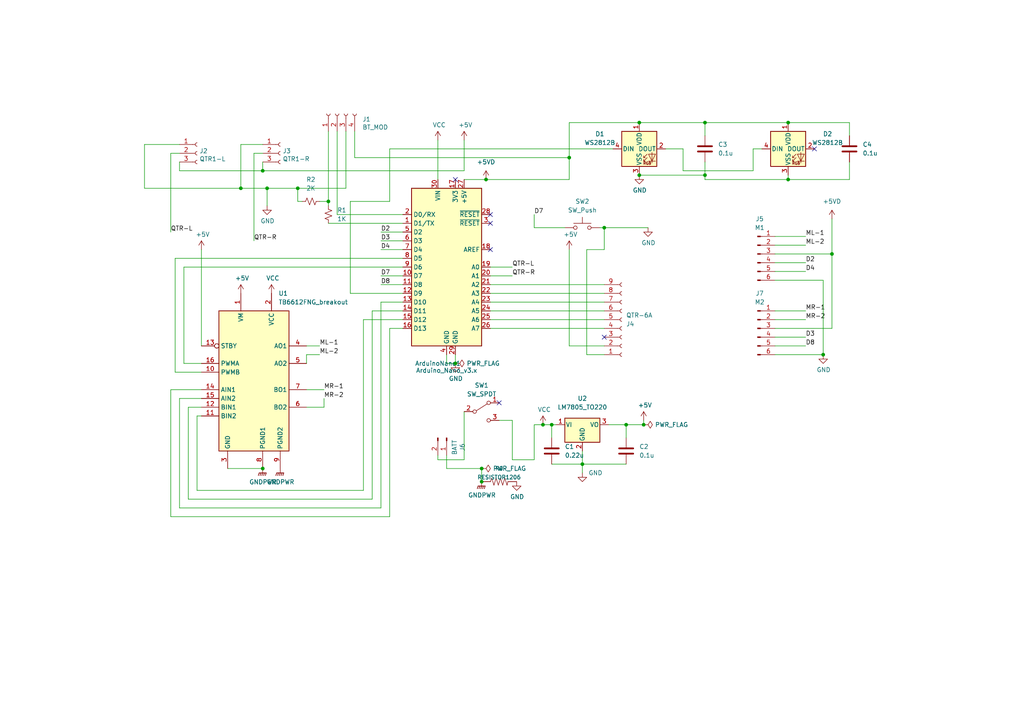
<source format=kicad_sch>
(kicad_sch (version 20211123) (generator eeschema)
  (paper "A4")
  (title_block (title "UsainBot") (date "2022-03-03") (rev "Gonzalo") (company "FabLab U. de Chile"))
  (lib_symbols
    (symbol "Connector:Conn_01x06_Male" (pin_names (offset 1.016) hide)
      (property "Reference" "J" (at 0 7.62 0))
      (property "Value" "Conn_01x06_Male" (at 0 -10.16 0))
      (symbol "Conn_01x06_Male_1_1"
        (polyline (pts (xy 1.27 -7.62) (xy 0.8636 -7.62)) (stroke (width 0.1524)))
        (polyline (pts (xy 1.27 -5.08) (xy 0.8636 -5.08)) (stroke (width 0.1524)))
        (polyline (pts (xy 1.27 -2.54) (xy 0.8636 -2.54)) (stroke (width 0.1524)))
        (polyline (pts (xy 1.27 0) (xy 0.8636 0)) (stroke (width 0.1524)))
        (polyline (pts (xy 1.27 2.54) (xy 0.8636 2.54)) (stroke (width 0.1524)))
        (polyline (pts (xy 1.27 5.08) (xy 0.8636 5.08)) (stroke (width 0.1524)))
        (rectangle (start 0.8636 -7.493) (end 0 -7.747) (stroke (width 0.1524)) (fill (type outline)))
        (rectangle (start 0.8636 -4.953) (end 0 -5.207) (stroke (width 0.1524)) (fill (type outline)))
        (rectangle (start 0.8636 -2.413) (end 0 -2.667) (stroke (width 0.1524)) (fill (type outline)))
        (rectangle (start 0.8636 0.127) (end 0 -0.127) (stroke (width 0.1524)) (fill (type outline)))
        (rectangle (start 0.8636 2.667) (end 0 2.413) (stroke (width 0.1524)) (fill (type outline)))
        (rectangle (start 0.8636 5.207) (end 0 4.953) (stroke (width 0.1524)) (fill (type outline)))
        (pin passive line (at 5.08 5.08 180) (length 3.81) (name "Pin_1") (number "1"))
        (pin passive line (at 5.08 2.54 180) (length 3.81) (name "Pin_2") (number "2"))
        (pin passive line (at 5.08 0 180) (length 3.81) (name "Pin_3") (number "3"))
        (pin passive line (at 5.08 -2.54 180) (length 3.81) (name "Pin_4") (number "4"))
        (pin passive line (at 5.08 -5.08 180) (length 3.81) (name "Pin_5") (number "5"))
        (pin passive line (at 5.08 -7.62 180) (length 3.81) (name "Pin_6") (number "6"))
      )
    )
    (symbol "Connector:Conn_01x09_Female" (pin_names (offset 1.016) hide)
      (property "Reference" "J" (at 0 12.7 0))
      (property "Value" "Conn_01x09_Female" (at 0 -12.7 0))
      (symbol "Conn_01x09_Female_1_1"
        (arc (start 0 -9.652) (mid -0.508 -10.16) (end 0 -10.668) (stroke (width 0.1524)))
        (arc (start 0 -7.112) (mid -0.508 -7.62) (end 0 -8.128) (stroke (width 0.1524)))
        (arc (start 0 -4.572) (mid -0.508 -5.08) (end 0 -5.588) (stroke (width 0.1524)))
        (arc (start 0 -2.032) (mid -0.508 -2.54) (end 0 -3.048) (stroke (width 0.1524)))
        (polyline (pts (xy -1.27 -10.16) (xy -0.508 -10.16)) (stroke (width 0.1524)))
        (polyline (pts (xy -1.27 -7.62) (xy -0.508 -7.62)) (stroke (width 0.1524)))
        (polyline (pts (xy -1.27 -5.08) (xy -0.508 -5.08)) (stroke (width 0.1524)))
        (polyline (pts (xy -1.27 -2.54) (xy -0.508 -2.54)) (stroke (width 0.1524)))
        (polyline (pts (xy -1.27 0) (xy -0.508 0)) (stroke (width 0.1524)))
        (polyline (pts (xy -1.27 2.54) (xy -0.508 2.54)) (stroke (width 0.1524)))
        (polyline (pts (xy -1.27 5.08) (xy -0.508 5.08)) (stroke (width 0.1524)))
        (polyline (pts (xy -1.27 7.62) (xy -0.508 7.62)) (stroke (width 0.1524)))
        (polyline (pts (xy -1.27 10.16) (xy -0.508 10.16)) (stroke (width 0.1524)))
        (arc (start 0 0.508) (mid -0.508 0) (end 0 -0.508) (stroke (width 0.1524)))
        (arc (start 0 3.048) (mid -0.508 2.54) (end 0 2.032) (stroke (width 0.1524)))
        (arc (start 0 5.588) (mid -0.508 5.08) (end 0 4.572) (stroke (width 0.1524)))
        (arc (start 0 8.128) (mid -0.508 7.62) (end 0 7.112) (stroke (width 0.1524)))
        (arc (start 0 10.668) (mid -0.508 10.16) (end 0 9.652) (stroke (width 0.1524)))
        (pin passive line (at -5.08 10.16 0) (length 3.81) (name "Pin_1") (number "1"))
        (pin passive line (at -5.08 7.62 0) (length 3.81) (name "Pin_2") (number "2"))
        (pin passive line (at -5.08 5.08 0) (length 3.81) (name "Pin_3") (number "3"))
        (pin passive line (at -5.08 2.54 0) (length 3.81) (name "Pin_4") (number "4"))
        (pin passive line (at -5.08 0 0) (length 3.81) (name "Pin_5") (number "5"))
        (pin passive line (at -5.08 -2.54 0) (length 3.81) (name "Pin_6") (number "6"))
        (pin passive line (at -5.08 -5.08 0) (length 3.81) (name "Pin_7") (number "7"))
        (pin passive line (at -5.08 -7.62 0) (length 3.81) (name "Pin_8") (number "8"))
        (pin passive line (at -5.08 -10.16 0) (length 3.81) (name "Pin_9") (number "9"))
      )
    )
    (symbol "Device:C" (pin_numbers hide) (pin_names (offset 0.254))
      (property "Reference" "C" (at 0.635 2.54 0))
      (property "Value" "C" (at 0.635 -2.54 0))
      (symbol "C_0_1"
        (polyline (pts (xy -2.032 -0.762) (xy 2.032 -0.762)) (stroke (width 0.508)))
        (polyline (pts (xy -2.032 0.762) (xy 2.032 0.762)) (stroke (width 0.508)))
      )
      (symbol "C_1_1"
        (pin passive line (at 0 3.81 270) (length 2.794) (name "~") (number "1"))
        (pin passive line (at 0 -3.81 90) (length 2.794) (name "~") (number "2"))
      )
    )
    (symbol "Device:R_Small_US" (pin_numbers hide) (pin_names (offset 0.254) hide)
      (property "Reference" "R" (at 0.762 0.508 0))
      (property "Value" "R_Small_US" (at 0.762 -1.016 0))
      (symbol "R_Small_US_1_1"
        (polyline (pts (xy 0 0) (xy 1.016 -0.381) (xy 0 -0.762) (xy -1.016 -1.143) (xy 0 -1.524)))
        (polyline (pts (xy 0 1.524) (xy 1.016 1.143) (xy 0 0.762) (xy -1.016 0.381) (xy 0 0)))
        (pin passive line (at 0 2.54 270) (length 1.016) (name "~") (number "1"))
        (pin passive line (at 0 -2.54 90) (length 1.016) (name "~") (number "2"))
      )
    )
    (symbol "LED:WS2812B" (pin_names (offset 0.254))
      (property "Reference" "D" (at 5.08 5.715 0))
      (property "Value" "WS2812B" (at 1.27 -5.715 0))
      (symbol "WS2812B_0_0"
        (text "RGB" (at 2.286 -4.191 0) (effects (font (size 0.762 0.762))))
      )
      (symbol "WS2812B_0_1"
        (polyline (pts (xy 1.27 -3.556) (xy 1.778 -3.556)))
        (polyline (pts (xy 1.27 -2.54) (xy 1.778 -2.54)))
        (polyline (pts (xy 4.699 -3.556) (xy 2.667 -3.556)))
        (polyline (pts (xy 2.286 -2.54) (xy 1.27 -3.556) (xy 1.27 -3.048)))
        (polyline (pts (xy 2.286 -1.524) (xy 1.27 -2.54) (xy 1.27 -2.032)))
        (polyline (pts (xy 3.683 -1.016) (xy 3.683 -3.556) (xy 3.683 -4.064)))
        (polyline (pts (xy 4.699 -1.524) (xy 2.667 -1.524) (xy 3.683 -3.556) (xy 4.699 -1.524)))
        (rectangle (start 5.08 5.08) (end -5.08 -5.08) (stroke (width 0.254)) (fill (type background)))
      )
      (symbol "WS2812B_1_1"
        (pin power_in line (at 0 7.62 270) (length 2.54) (name "VDD") (number "1"))
        (pin output line (at 7.62 0 180) (length 2.54) (name "DOUT") (number "2"))
        (pin power_in line (at 0 -7.62 90) (length 2.54) (name "VSS") (number "3"))
        (pin input line (at -7.62 0 0) (length 2.54) (name "DIN") (number "4"))
      )
    )
    (symbol "Regulator_Linear:LM7805_TO220" (pin_names (offset 0.254))
      (property "Reference" "U" (at -3.81 3.175 0))
      (property "Value" "LM7805_TO220" (at 0 3.175 0))
      (symbol "LM7805_TO220_0_1"
        (rectangle (start -5.08 1.905) (end 5.08 -5.08) (stroke (width 0.254)) (fill (type background)))
      )
      (symbol "LM7805_TO220_1_1"
        (pin power_in line (at -7.62 0 0) (length 2.54) (name "VI") (number "1"))
        (pin power_in line (at 0 -7.62 90) (length 2.54) (name "GND") (number "2"))
        (pin power_out line (at 7.62 0 180) (length 2.54) (name "VO") (number "3"))
      )
    )
    (symbol "Switch:SW_Push" (pin_numbers hide) (pin_names (offset 1.016) hide)
      (property "Reference" "SW" (at 1.27 2.54 0))
      (property "Value" "SW_Push" (at 0 -1.524 0))
      (symbol "SW_Push_0_1"
        (circle (center -2.032 0) (radius 0.508))
        (polyline (pts (xy 0 1.27) (xy 0 3.048)))
        (polyline (pts (xy 2.54 1.27) (xy -2.54 1.27)))
        (circle (center 2.032 0) (radius 0.508))
        (pin passive line (at -5.08 0 0) (length 2.54) (name "1") (number "1"))
        (pin passive line (at 5.08 0 180) (length 2.54) (name "2") (number "2"))
      )
    )
    (symbol "Switch:SW_SPDT" (pin_names (offset 0) hide)
      (property "Reference" "SW" (at 0 4.318 0))
      (property "Value" "SW_SPDT" (at 0 -5.08 0))
      (symbol "SW_SPDT_0_0"
        (circle (center -2.032 0) (radius 0.508))
        (circle (center 2.032 -2.54) (radius 0.508))
      )
      (symbol "SW_SPDT_0_1"
        (polyline (pts (xy -1.524 0.254) (xy 1.651 2.286)))
        (circle (center 2.032 2.54) (radius 0.508))
      )
      (symbol "SW_SPDT_1_1"
        (pin passive line (at 5.08 2.54 180) (length 2.54) (name "A") (number "1"))
        (pin passive line (at -5.08 0 0) (length 2.54) (name "B") (number "2"))
        (pin passive line (at 5.08 -2.54 180) (length 2.54) (name "C") (number "3"))
      )
    )
    (symbol "power:+5VD" (power) (pin_names (offset 0))
      (property "Value" "+5VD" (at 0 3.556 0))
      (symbol "+5VD_0_1"
        (polyline (pts (xy -0.762 1.27) (xy 0 2.54)))
        (polyline (pts (xy 0 0) (xy 0 2.54)))
        (polyline (pts (xy 0 2.54) (xy 0.762 1.27)))
      )
      (symbol "+5VD_1_1"
        (pin power_in line (at 0 0 90) (length 0) hide (name "+5VD") (number "1"))
      )
    )
    (symbol "usainbot2-rescue:+5V-power" (power) (pin_names (offset 0))
      (property "Value" "+5V-power" (at 0 3.556 0))
      (symbol "+5V-power_0_1"
        (polyline (pts (xy -0.762 1.27) (xy 0 2.54)))
        (polyline (pts (xy 0 0) (xy 0 2.54)))
        (polyline (pts (xy 0 2.54) (xy 0.762 1.27)))
      )
      (symbol "+5V-power_1_1"
        (pin power_in line (at 0 0 90) (length 0) hide (name "+5V") (number "1"))
      )
    )
    (symbol "usainbot2-rescue:Arduino_Nano_v3.x-MCU_Module"
      (property "Reference" "A" (at -10.16 23.495 0))
      (property "Value" "Arduino_Nano_v3.x-MCU_Module" (at 5.08 -24.13 0))
      (symbol "Arduino_Nano_v3.x-MCU_Module_0_1"
        (rectangle (start -10.16 22.86) (end 10.16 -22.86) (stroke (width 0.254)) (fill (type background)))
      )
      (symbol "Arduino_Nano_v3.x-MCU_Module_1_1"
        (pin bidirectional line (at -12.7 12.7 0) (length 2.54) (name "D1/TX") (number "1"))
        (pin bidirectional line (at -12.7 -2.54 0) (length 2.54) (name "D7") (number "10"))
        (pin bidirectional line (at -12.7 -5.08 0) (length 2.54) (name "D8") (number "11"))
        (pin bidirectional line (at -12.7 -7.62 0) (length 2.54) (name "D9") (number "12"))
        (pin bidirectional line (at -12.7 -10.16 0) (length 2.54) (name "D10") (number "13"))
        (pin bidirectional line (at -12.7 -12.7 0) (length 2.54) (name "D11") (number "14"))
        (pin bidirectional line (at -12.7 -15.24 0) (length 2.54) (name "D12") (number "15"))
        (pin bidirectional line (at -12.7 -17.78 0) (length 2.54) (name "D13") (number "16"))
        (pin power_out line (at 2.54 25.4 270) (length 2.54) (name "3V3") (number "17"))
        (pin input line (at 12.7 5.08 180) (length 2.54) (name "AREF") (number "18"))
        (pin bidirectional line (at 12.7 0 180) (length 2.54) (name "A0") (number "19"))
        (pin bidirectional line (at -12.7 15.24 0) (length 2.54) (name "D0/RX") (number "2"))
        (pin bidirectional line (at 12.7 -2.54 180) (length 2.54) (name "A1") (number "20"))
        (pin bidirectional line (at 12.7 -5.08 180) (length 2.54) (name "A2") (number "21"))
        (pin bidirectional line (at 12.7 -7.62 180) (length 2.54) (name "A3") (number "22"))
        (pin bidirectional line (at 12.7 -10.16 180) (length 2.54) (name "A4") (number "23"))
        (pin bidirectional line (at 12.7 -12.7 180) (length 2.54) (name "A5") (number "24"))
        (pin bidirectional line (at 12.7 -15.24 180) (length 2.54) (name "A6") (number "25"))
        (pin bidirectional line (at 12.7 -17.78 180) (length 2.54) (name "A7") (number "26"))
        (pin power_out line (at 5.08 25.4 270) (length 2.54) (name "+5V") (number "27"))
        (pin input line (at 12.7 15.24 180) (length 2.54) (name "~{RESET}") (number "28"))
        (pin power_in line (at 2.54 -25.4 90) (length 2.54) (name "GND") (number "29"))
        (pin input line (at 12.7 12.7 180) (length 2.54) (name "~{RESET}") (number "3"))
        (pin power_in line (at -2.54 25.4 270) (length 2.54) (name "VIN") (number "30"))
        (pin power_in line (at 0 -25.4 90) (length 2.54) (name "GND") (number "4"))
        (pin bidirectional line (at -12.7 10.16 0) (length 2.54) (name "D2") (number "5"))
        (pin bidirectional line (at -12.7 7.62 0) (length 2.54) (name "D3") (number "6"))
        (pin bidirectional line (at -12.7 5.08 0) (length 2.54) (name "D4") (number "7"))
        (pin bidirectional line (at -12.7 2.54 0) (length 2.54) (name "D5") (number "8"))
        (pin bidirectional line (at -12.7 0 0) (length 2.54) (name "D6") (number "9"))
      )
    )
    (symbol "usainbot2-rescue:Conn_01x02_Male-Connector" (pin_names (offset 1.016) hide)
      (property "Reference" "J" (at 0 2.54 0))
      (property "Value" "Conn_01x02_Male-Connector" (at 0 -5.08 0))
      (symbol "Conn_01x02_Male-Connector_1_1"
        (polyline (pts (xy 1.27 -2.54) (xy 0.8636 -2.54)) (stroke (width 0.1524)))
        (polyline (pts (xy 1.27 0) (xy 0.8636 0)) (stroke (width 0.1524)))
        (rectangle (start 0.8636 -2.413) (end 0 -2.667) (stroke (width 0.1524)) (fill (type outline)))
        (rectangle (start 0.8636 0.127) (end 0 -0.127) (stroke (width 0.1524)) (fill (type outline)))
        (pin passive line (at 5.08 0 180) (length 3.81) (name "Pin_1") (number "1"))
        (pin passive line (at 5.08 -2.54 180) (length 3.81) (name "Pin_2") (number "2"))
      )
    )
    (symbol "usainbot2-rescue:Conn_01x03_Female-Connector" (pin_names (offset 1.016) hide)
      (property "Reference" "J" (at 0 5.08 0))
      (property "Value" "Conn_01x03_Female-Connector" (at 0 -5.08 0))
      (symbol "Conn_01x03_Female-Connector_1_1"
        (arc (start 0 -2.032) (mid -0.508 -2.54) (end 0 -3.048) (stroke (width 0.1524)))
        (polyline (pts (xy -1.27 -2.54) (xy -0.508 -2.54)) (stroke (width 0.1524)))
        (polyline (pts (xy -1.27 0) (xy -0.508 0)) (stroke (width 0.1524)))
        (polyline (pts (xy -1.27 2.54) (xy -0.508 2.54)) (stroke (width 0.1524)))
        (arc (start 0 0.508) (mid -0.508 0) (end 0 -0.508) (stroke (width 0.1524)))
        (arc (start 0 3.048) (mid -0.508 2.54) (end 0 2.032) (stroke (width 0.1524)))
        (pin passive line (at -5.08 2.54 0) (length 3.81) (name "Pin_1") (number "1"))
        (pin passive line (at -5.08 0 0) (length 3.81) (name "Pin_2") (number "2"))
        (pin passive line (at -5.08 -2.54 0) (length 3.81) (name "Pin_3") (number "3"))
      )
    )
    (symbol "usainbot2-rescue:Conn_01x04_Female-Connector" (pin_names (offset 1.016) hide)
      (property "Reference" "J" (at 0 5.08 0))
      (property "Value" "Conn_01x04_Female-Connector" (at 0 -7.62 0))
      (symbol "Conn_01x04_Female-Connector_1_1"
        (arc (start 0 -4.572) (mid -0.508 -5.08) (end 0 -5.588) (stroke (width 0.1524)))
        (arc (start 0 -2.032) (mid -0.508 -2.54) (end 0 -3.048) (stroke (width 0.1524)))
        (polyline (pts (xy -1.27 -5.08) (xy -0.508 -5.08)) (stroke (width 0.1524)))
        (polyline (pts (xy -1.27 -2.54) (xy -0.508 -2.54)) (stroke (width 0.1524)))
        (polyline (pts (xy -1.27 0) (xy -0.508 0)) (stroke (width 0.1524)))
        (polyline (pts (xy -1.27 2.54) (xy -0.508 2.54)) (stroke (width 0.1524)))
        (arc (start 0 0.508) (mid -0.508 0) (end 0 -0.508) (stroke (width 0.1524)))
        (arc (start 0 3.048) (mid -0.508 2.54) (end 0 2.032) (stroke (width 0.1524)))
        (pin passive line (at -5.08 2.54 0) (length 3.81) (name "Pin_1") (number "1"))
        (pin passive line (at -5.08 0 0) (length 3.81) (name "Pin_2") (number "2"))
        (pin passive line (at -5.08 -2.54 0) (length 3.81) (name "Pin_3") (number "3"))
        (pin passive line (at -5.08 -5.08 0) (length 3.81) (name "Pin_4") (number "4"))
      )
    )
    (symbol "usainbot2-rescue:GND-power" (power) (pin_names (offset 0))
      (property "Value" "GND-power" (at 0 -3.81 0))
      (symbol "GND-power_0_1"
        (polyline (pts (xy 0 0) (xy 0 -1.27) (xy 1.27 -1.27) (xy 0 -2.54) (xy -1.27 -1.27) (xy 0 -1.27)))
      )
      (symbol "GND-power_1_1"
        (pin power_in line (at 0 0 270) (length 0) hide (name "GND") (number "1"))
      )
    )
    (symbol "usainbot2-rescue:GNDPWR-power" (power) (pin_names (offset 0))
      (property "Value" "GNDPWR-power" (at 0 -3.302 0))
      (symbol "GNDPWR-power_0_1"
        (polyline (pts (xy 0 -1.27) (xy 0 0)))
        (polyline (pts (xy -1.016 -1.27) (xy -1.27 -2.032) (xy -1.27 -2.032)) (stroke (width 0.2032)))
        (polyline (pts (xy -0.508 -1.27) (xy -0.762 -2.032) (xy -0.762 -2.032)) (stroke (width 0.2032)))
        (polyline (pts (xy 0 -1.27) (xy -0.254 -2.032) (xy -0.254 -2.032)) (stroke (width 0.2032)))
        (polyline (pts (xy 0.508 -1.27) (xy 0.254 -2.032) (xy 0.254 -2.032)) (stroke (width 0.2032)))
        (polyline (pts (xy 1.016 -1.27) (xy -1.016 -1.27) (xy -1.016 -1.27)) (stroke (width 0.2032)))
        (polyline (pts (xy 1.016 -1.27) (xy 0.762 -2.032) (xy 0.762 -2.032) (xy 0.762 -2.032)) (stroke (width 0.2032)))
      )
      (symbol "GNDPWR-power_1_1"
        (pin power_in line (at 0 0 270) (length 0) hide (name "GNDPWR") (number "1"))
      )
    )
    (symbol "usainbot2-rescue:PWR_FLAG-power" (power) (pin_numbers hide) (pin_names (offset 0) hide)
      (property "Value" "PWR_FLAG-power" (at 0 3.81 0))
      (symbol "PWR_FLAG-power_0_0"
        (pin power_out line (at 0 0 90) (length 0) (name "pwr") (number "1"))
      )
      (symbol "PWR_FLAG-power_0_1"
        (polyline (pts (xy 0 0) (xy 0 1.27) (xy -1.016 1.905) (xy 0 2.54) (xy 1.016 1.905) (xy 0 1.27)))
      )
    )
    (symbol "usainbot2-rescue:RESISTOR1206-SparkFun-Resistors" (pin_numbers hide) (pin_names (offset 1.016) hide)
      (property "Reference" "R" (at -5.08 1.27 0))
      (property "Value" "RESISTOR1206-SparkFun-Resistors" (at -5.08 -3.81 0))
      (property "Field4" " " (at 0 5.08 0))
      (symbol "RESISTOR1206-SparkFun-Resistors_1_0"
        (polyline (pts (xy -2.54 0) (xy -2.159 1.016)))
        (polyline (pts (xy -2.159 1.016) (xy -1.524 -1.016)))
        (polyline (pts (xy -1.524 -1.016) (xy -0.889 1.016)))
        (polyline (pts (xy -0.889 1.016) (xy -0.254 -1.016)))
        (polyline (pts (xy -0.254 -1.016) (xy 0.381 1.016)))
        (polyline (pts (xy 0.381 1.016) (xy 1.016 -1.016)))
        (polyline (pts (xy 1.016 -1.016) (xy 1.651 1.016)))
        (polyline (pts (xy 1.651 1.016) (xy 2.286 -1.016)))
        (polyline (pts (xy 2.286 -1.016) (xy 2.54 0)))
      )
      (symbol "RESISTOR1206-SparkFun-Resistors_1_1"
        (pin passive line (at -5.08 0 0) (length 2.54) (name "1") (number "1"))
        (pin passive line (at 5.08 0 180) (length 2.54) (name "2") (number "2"))
      )
    )
    (symbol "usainbot2-rescue:VCC-power" (power) (pin_names (offset 0))
      (property "Value" "VCC-power" (at 0 3.81 0))
      (symbol "VCC-power_0_1"
        (polyline (pts (xy -0.762 1.27) (xy 0 2.54)))
        (polyline (pts (xy 0 0) (xy 0 2.54)))
        (polyline (pts (xy 0 2.54) (xy 0.762 1.27)))
      )
      (symbol "VCC-power_1_1"
        (pin power_in line (at 0 0 90) (length 0) hide (name "VCC") (number "1"))
      )
    )
    (symbol "usainbot:TB6612FNG_breakout"
      (property "Reference" "U" (at 3.81 40.64 0))
      (property "Value" "TB6612FNG_breakout" (at -1.27 -38.1 0))
      (symbol "TB6612FNG_breakout_0_1"
        (rectangle (start -10.16 21.59) (end 10.16 -19.05) (stroke (width 0.254)) (fill (type background)))
      )
      (symbol "TB6612FNG_breakout_1_1"
        (pin power_in line (at -3.81 26.67 270) (length 5.08) (name "VM") (number "1"))
        (pin input line (at -15.24 3.81 0) (length 5.08) (name "PWMB") (number "10"))
        (pin input line (at -15.24 -8.89 0) (length 5.08) (name "BIN2") (number "11"))
        (pin input line (at -15.24 -6.35 0) (length 5.08) (name "BIN1") (number "12"))
        (pin input inverted (at -15.24 11.43 0) (length 5.08) (name "STBY") (number "13"))
        (pin input line (at -15.24 -1.27 0) (length 5.08) (name "AIN1") (number "14"))
        (pin input line (at -15.24 -3.81 0) (length 5.08) (name "AIN2") (number "15"))
        (pin input line (at -15.24 6.35 0) (length 5.08) (name "PWMA") (number "16"))
        (pin power_in line (at 5.08 26.67 270) (length 5.08) (name "VCC") (number "2"))
        (pin power_in line (at -7.62 -24.13 90) (length 5.08) (name "GND") (number "3"))
        (pin output line (at 15.24 11.43 180) (length 5.08) (name "AO1") (number "4"))
        (pin output line (at 15.24 6.35 180) (length 5.08) (name "AO2") (number "5"))
        (pin output line (at 15.24 -6.35 180) (length 5.08) (name "BO2") (number "6"))
        (pin output line (at 15.24 -1.27 180) (length 5.08) (name "BO1") (number "7"))
        (pin power_in line (at 2.54 -24.13 90) (length 5.08) (name "PGND1") (number "8"))
        (pin power_in line (at 7.62 -24.13 90) (length 5.08) (name "PGND2") (number "9"))
      )
    )
  )
  (junction (at 139.7 139.7))
  (junction (at 228.6 52.07))
  (junction (at 168.91 134.62))
  (junction (at 165.1 45.72))
  (junction (at 76.2 49.53))
  (junction (at 181.61 123.19))
  (junction (at 241.3 73.66))
  (junction (at 76.2 135.89))
  (junction (at 186.69 123.19))
  (junction (at 139.7 135.89))
  (junction (at 140.97 52.07))
  (junction (at 160.02 123.19))
  (junction (at 132.08 105.41))
  (junction (at 157.48 123.19))
  (junction (at 204.47 35.56))
  (junction (at 69.85 54.61))
  (junction (at 175.26 66.04))
  (junction (at 204.47 50.8))
  (junction (at 77.47 54.61))
  (junction (at 228.6 35.56))
  (junction (at 185.42 35.56))
  (junction (at 86.36 54.61))
  (junction (at 185.42 50.8))
  (junction (at 238.76 102.87))
  (junction (at 95.25 58.42))
  (no_connect (at 144.78 116.84))
  (no_connect (at 142.24 72.39))
  (no_connect (at 175.26 97.79))
  (no_connect (at 142.24 62.23))
  (no_connect (at 142.24 64.77))
  (no_connect (at 132.08 52.07))
  (no_connect (at 236.22 43.18))
  (wire (pts (xy 100.33 38.1) (xy 100.33 54.61)))
  (wire (pts (xy 49.53 44.45) (xy 49.53 67.31)))
  (wire (pts (xy 50.8 74.93) (xy 116.84 74.93)))
  (wire (pts (xy 86.36 58.42) (xy 86.36 54.61)))
  (wire (pts (xy 86.36 54.61) (xy 100.33 54.61)))
  (wire (pts (xy 163.83 66.04) (xy 154.94 66.04)))
  (wire (pts (xy 134.62 52.07) (xy 140.97 52.07)))
  (wire (pts (xy 49.53 149.86) (xy 113.03 149.86)))
  (wire (pts (xy 148.59 121.92) (xy 148.59 133.35)))
  (wire (pts (xy 93.98 113.03) (xy 88.9 113.03)))
  (wire (pts (xy 52.07 115.57) (xy 58.42 115.57)))
  (wire (pts (xy 57.15 142.24) (xy 105.41 142.24)))
  (wire (pts (xy 181.61 123.19) (xy 181.61 127)))
  (wire (pts (xy 132.08 105.41) (xy 129.54 105.41)))
  (wire (pts (xy 69.85 54.61) (xy 77.47 54.61)))
  (wire (pts (xy 193.04 43.18) (xy 198.12 43.18)))
  (wire (pts (xy 142.24 95.25) (xy 175.26 95.25)))
  (wire (pts (xy 52.07 41.91) (xy 41.91 41.91)))
  (wire (pts (xy 168.91 130.81) (xy 168.91 134.62)))
  (wire (pts (xy 224.79 92.71) (xy 233.68 92.71)))
  (wire (pts (xy 224.79 81.28) (xy 238.76 81.28)))
  (wire (pts (xy 185.42 50.8) (xy 204.47 50.8)))
  (wire (pts (xy 175.26 66.04) (xy 187.96 66.04)))
  (wire (pts (xy 52.07 49.53) (xy 76.2 49.53)))
  (wire (pts (xy 165.1 45.72) (xy 165.1 35.56)))
  (wire (pts (xy 224.79 95.25) (xy 241.3 95.25)))
  (wire (pts (xy 204.47 35.56) (xy 204.47 39.37)))
  (wire (pts (xy 101.6 85.09) (xy 101.6 58.42)))
  (wire (pts (xy 246.38 35.56) (xy 246.38 39.37)))
  (wire (pts (xy 176.53 123.19) (xy 181.61 123.19)))
  (wire (pts (xy 77.47 54.61) (xy 86.36 54.61)))
  (wire (pts (xy 224.79 100.33) (xy 233.68 100.33)))
  (wire (pts (xy 41.91 41.91) (xy 41.91 54.61)))
  (wire (pts (xy 129.54 105.41) (xy 129.54 102.87)))
  (wire (pts (xy 76.2 46.99) (xy 76.2 49.53)))
  (wire (pts (xy 69.85 41.91) (xy 69.85 54.61)))
  (wire (pts (xy 66.04 135.89) (xy 76.2 135.89)))
  (wire (pts (xy 73.66 44.45) (xy 73.66 69.85)))
  (wire (pts (xy 168.91 134.62) (xy 168.91 137.16)))
  (wire (pts (xy 185.42 35.56) (xy 204.47 35.56)))
  (wire (pts (xy 175.26 102.87) (xy 170.18 102.87)))
  (wire (pts (xy 224.79 71.12) (xy 233.68 71.12)))
  (wire (pts (xy 198.12 49.53) (xy 218.44 49.53)))
  (wire (pts (xy 105.41 142.24) (xy 105.41 92.71)))
  (wire (pts (xy 175.26 66.04) (xy 175.26 72.39)))
  (wire (pts (xy 204.47 50.8) (xy 204.47 46.99)))
  (wire (pts (xy 142.24 77.47) (xy 148.59 77.47)))
  (wire (pts (xy 154.94 123.19) (xy 154.94 133.35)))
  (wire (pts (xy 224.79 78.74) (xy 233.68 78.74)))
  (wire (pts (xy 157.48 123.19) (xy 160.02 123.19)))
  (wire (pts (xy 142.24 82.55) (xy 175.26 82.55)))
  (wire (pts (xy 110.49 82.55) (xy 116.84 82.55)))
  (wire (pts (xy 238.76 102.87) (xy 224.79 102.87)))
  (wire (pts (xy 186.69 121.92) (xy 186.69 123.19)))
  (wire (pts (xy 238.76 81.28) (xy 238.76 102.87)))
  (wire (pts (xy 95.25 64.77) (xy 116.84 64.77)))
  (wire (pts (xy 160.02 134.62) (xy 168.91 134.62)))
  (wire (pts (xy 218.44 49.53) (xy 218.44 43.18)))
  (wire (pts (xy 77.47 54.61) (xy 77.47 59.69)))
  (wire (pts (xy 110.49 87.63) (xy 110.49 147.32)))
  (wire (pts (xy 228.6 52.07) (xy 228.6 50.8)))
  (wire (pts (xy 87.63 58.42) (xy 86.36 58.42)))
  (wire (pts (xy 165.1 72.39) (xy 165.1 100.33)))
  (wire (pts (xy 58.42 100.33) (xy 58.42 72.39)))
  (wire (pts (xy 134.62 40.64) (xy 134.62 49.53)))
  (wire (pts (xy 165.1 52.07) (xy 165.1 45.72)))
  (wire (pts (xy 110.49 80.01) (xy 116.84 80.01)))
  (wire (pts (xy 97.79 62.23) (xy 116.84 62.23)))
  (wire (pts (xy 218.44 43.18) (xy 220.98 43.18)))
  (wire (pts (xy 58.42 113.03) (xy 49.53 113.03)))
  (wire (pts (xy 142.24 90.17) (xy 175.26 90.17)))
  (wire (pts (xy 41.91 54.61) (xy 69.85 54.61)))
  (wire (pts (xy 52.07 147.32) (xy 52.07 115.57)))
  (wire (pts (xy 54.61 144.78) (xy 107.95 144.78)))
  (wire (pts (xy 76.2 44.45) (xy 73.66 44.45)))
  (wire (pts (xy 241.3 73.66) (xy 241.3 95.25)))
  (wire (pts (xy 173.99 66.04) (xy 175.26 66.04)))
  (wire (pts (xy 142.24 92.71) (xy 175.26 92.71)))
  (wire (pts (xy 113.03 58.42) (xy 113.03 43.18)))
  (wire (pts (xy 181.61 123.19) (xy 186.69 123.19)))
  (wire (pts (xy 88.9 118.11) (xy 93.98 118.11)))
  (wire (pts (xy 92.71 102.87) (xy 88.9 102.87)))
  (wire (pts (xy 110.49 72.39) (xy 116.84 72.39)))
  (wire (pts (xy 175.26 72.39) (xy 170.18 72.39)))
  (wire (pts (xy 241.3 63.5) (xy 241.3 73.66)))
  (wire (pts (xy 154.94 66.04) (xy 154.94 62.23)))
  (wire (pts (xy 53.34 77.47) (xy 116.84 77.47)))
  (wire (pts (xy 76.2 41.91) (xy 69.85 41.91)))
  (wire (pts (xy 76.2 49.53) (xy 134.62 49.53)))
  (wire (pts (xy 139.7 135.89) (xy 139.7 139.7)))
  (wire (pts (xy 110.49 69.85) (xy 116.84 69.85)))
  (wire (pts (xy 113.03 149.86) (xy 113.03 95.25)))
  (wire (pts (xy 154.94 123.19) (xy 157.48 123.19)))
  (wire (pts (xy 160.02 123.19) (xy 160.02 127)))
  (wire (pts (xy 134.62 119.38) (xy 134.62 133.35)))
  (wire (pts (xy 198.12 43.18) (xy 198.12 49.53)))
  (wire (pts (xy 58.42 120.65) (xy 57.15 120.65)))
  (wire (pts (xy 58.42 107.95) (xy 50.8 107.95)))
  (wire (pts (xy 224.79 76.2) (xy 233.68 76.2)))
  (wire (pts (xy 50.8 74.93) (xy 50.8 107.95)))
  (wire (pts (xy 101.6 58.42) (xy 113.03 58.42)))
  (wire (pts (xy 224.79 68.58) (xy 233.68 68.58)))
  (wire (pts (xy 127 133.35) (xy 134.62 133.35)))
  (wire (pts (xy 49.53 113.03) (xy 49.53 149.86)))
  (wire (pts (xy 105.41 92.71) (xy 116.84 92.71)))
  (wire (pts (xy 113.03 95.25) (xy 116.84 95.25)))
  (wire (pts (xy 144.78 121.92) (xy 148.59 121.92)))
  (wire (pts (xy 110.49 147.32) (xy 52.07 147.32)))
  (wire (pts (xy 204.47 52.07) (xy 204.47 50.8)))
  (wire (pts (xy 142.24 87.63) (xy 175.26 87.63)))
  (wire (pts (xy 52.07 44.45) (xy 49.53 44.45)))
  (wire (pts (xy 101.6 85.09) (xy 116.84 85.09)))
  (wire (pts (xy 102.87 38.1) (xy 102.87 45.72)))
  (wire (pts (xy 127 40.64) (xy 127 52.07)))
  (wire (pts (xy 53.34 105.41) (xy 58.42 105.41)))
  (wire (pts (xy 92.71 58.42) (xy 95.25 58.42)))
  (wire (pts (xy 170.18 102.87) (xy 170.18 72.39)))
  (wire (pts (xy 53.34 77.47) (xy 53.34 105.41)))
  (wire (pts (xy 246.38 46.99) (xy 246.38 52.07)))
  (wire (pts (xy 107.95 90.17) (xy 116.84 90.17)))
  (wire (pts (xy 224.79 73.66) (xy 241.3 73.66)))
  (wire (pts (xy 95.25 58.42) (xy 95.25 59.69)))
  (wire (pts (xy 110.49 87.63) (xy 116.84 87.63)))
  (wire (pts (xy 127 133.35) (xy 127 132.08)))
  (wire (pts (xy 224.79 90.17) (xy 233.68 90.17)))
  (wire (pts (xy 113.03 43.18) (xy 177.8 43.18)))
  (wire (pts (xy 129.54 135.89) (xy 139.7 135.89)))
  (wire (pts (xy 168.91 134.62) (xy 181.61 134.62)))
  (wire (pts (xy 165.1 35.56) (xy 185.42 35.56)))
  (wire (pts (xy 88.9 100.33) (xy 92.71 100.33)))
  (wire (pts (xy 58.42 118.11) (xy 54.61 118.11)))
  (wire (pts (xy 129.54 132.08) (xy 129.54 135.89)))
  (wire (pts (xy 110.49 67.31) (xy 116.84 67.31)))
  (wire (pts (xy 88.9 102.87) (xy 88.9 105.41)))
  (wire (pts (xy 95.25 38.1) (xy 95.25 58.42)))
  (wire (pts (xy 148.59 133.35) (xy 154.94 133.35)))
  (wire (pts (xy 246.38 52.07) (xy 228.6 52.07)))
  (wire (pts (xy 54.61 118.11) (xy 54.61 144.78)))
  (wire (pts (xy 140.97 52.07) (xy 165.1 52.07)))
  (wire (pts (xy 228.6 35.56) (xy 246.38 35.56)))
  (wire (pts (xy 93.98 118.11) (xy 93.98 115.57)))
  (wire (pts (xy 107.95 144.78) (xy 107.95 90.17)))
  (wire (pts (xy 142.24 85.09) (xy 175.26 85.09)))
  (wire (pts (xy 165.1 100.33) (xy 175.26 100.33)))
  (wire (pts (xy 228.6 52.07) (xy 204.47 52.07)))
  (wire (pts (xy 97.79 38.1) (xy 97.79 62.23)))
  (wire (pts (xy 57.15 120.65) (xy 57.15 142.24)))
  (wire (pts (xy 224.79 97.79) (xy 233.68 97.79)))
  (wire (pts (xy 132.08 102.87) (xy 132.08 105.41)))
  (wire (pts (xy 160.02 123.19) (xy 161.29 123.19)))
  (wire (pts (xy 102.87 45.72) (xy 165.1 45.72)))
  (wire (pts (xy 142.24 80.01) (xy 148.59 80.01)))
  (wire (pts (xy 52.07 46.99) (xy 52.07 49.53)))
  (wire (pts (xy 204.47 35.56) (xy 228.6 35.56)))
  (label "D3" (at 110.49 69.85 0))
  (label "D2" (at 233.68 76.2 0))
  (label "QTR-L" (at 49.53 67.31 0))
  (label "D8" (at 233.68 100.33 0))
  (label "QTR-L" (at 148.59 77.47 0))
  (label "QTR-R" (at 148.59 80.01 0))
  (label "D2" (at 110.49 67.31 0))
  (label "D4" (at 110.49 72.39 0))
  (label "D7" (at 110.49 80.01 0))
  (label "MR-1" (at 93.98 113.03 0))
  (label "ML-1" (at 92.71 100.33 0))
  (label "D7" (at 154.94 62.23 0))
  (label "D4" (at 233.68 78.74 0))
  (label "MR-1" (at 233.68 90.17 0))
  (label "ML-1" (at 233.68 68.58 0))
  (label "ML-2" (at 233.68 71.12 0))
  (label "MR-2" (at 233.68 92.71 0))
  (label "QTR-R" (at 73.66 69.85 0))
  (label "D3" (at 233.68 97.79 0))
  (label "ML-2" (at 92.71 102.87 0))
  (label "D8" (at 110.49 82.55 0))
  (label "MR-2" (at 93.98 115.57 0))
  (symbol (lib_id "usainbot2-rescue:Arduino_Nano_v3.x-MCU_Module") (at 129.54 77.47 0) (unit 1)
    (property "Reference" "ArduinoNano1" (at 127 105.41 0))
    (property "Value" "Arduino_Nano_v3.x" (at 129.54 107.442 0))
    (property "Footprint" "Module:Arduino_Nano" (effects hide))
    (property "Datasheet" "http://www.mouser.com/pdfdocs/Gravitech_Arduino_Nano3_0.pdf" (effects hide))
  )
  (symbol (lib_id "usainbot2-rescue:GND-power") (at 132.08 105.41 0) (unit 1)
    (property "Reference" "#PWR0101" (effects hide))
    (property "Value" "GND" (at 132.207 109.8042 0))
  )
  (symbol (lib_id "usainbot2-rescue:GND-power") (at 77.47 59.69 0) (unit 1)
    (property "Reference" "#PWR0102" (effects hide))
    (property "Value" "GND" (at 77.597 64.0842 0))
  )
  (symbol (lib_id "usainbot2-rescue:Conn_01x03_Female-Connector") (at 57.15 44.45 0) (unit 1)
    (property "Reference" "J2" (at 57.8612 43.7896 0) (effects (justify left)))
    (property "Value" "QTR1-L" (at 57.8612 46.101 0) (effects (justify left)))
    (property "Footprint" "Connector_PinHeader_2.54mm:PinHeader_1x03_P2.54mm_Vertical" (effects hide))
  )
  (symbol (lib_id "usainbot2-rescue:Conn_01x03_Female-Connector") (at 81.28 44.45 0) (unit 1)
    (property "Reference" "J3" (at 81.9912 43.7896 0) (effects (justify left)))
    (property "Value" "QTR1-R" (at 81.9912 46.101 0) (effects (justify left)))
    (property "Footprint" "Connector_PinHeader_2.54mm:PinHeader_1x03_P2.54mm_Vertical" (effects hide))
  )
  (symbol (lib_id "usainbot2-rescue:VCC-power") (at 127 40.64 0) (unit 1)
    (property "Reference" "#PWR0103" (effects hide))
    (property "Value" "VCC" (at 127.381 36.2458 0))
  )
  (symbol (lib_id "usainbot2-rescue:+5V-power") (at 134.62 40.64 0) (unit 1)
    (property "Reference" "#PWR0106" (effects hide))
    (property "Value" "+5V" (at 135.001 36.2458 0))
  )
  (symbol (lib_id "usainbot2-rescue:+5V-power") (at 69.85 85.09 0) (unit 1)
    (property "Reference" "#PWR0107" (effects hide))
    (property "Value" "+5V" (at 70.231 80.6958 0))
  )
  (symbol (lib_id "usainbot2-rescue:GNDPWR-power") (at 76.2 135.89 0) (unit 1)
    (property "Reference" "#PWR0110" (effects hide))
    (property "Value" "GNDPWR" (at 76.3016 139.8016 0))
  )
  (symbol (lib_id "usainbot2-rescue:GNDPWR-power") (at 81.28 135.89 0) (unit 1)
    (property "Reference" "#PWR0111" (effects hide))
    (property "Value" "GNDPWR" (at 81.3816 139.8016 0))
  )
  (symbol (lib_id "usainbot2-rescue:+5V-power") (at 165.1 72.39 0) (unit 1)
    (property "Reference" "#PWR0108" (effects hide))
    (property "Value" "+5V" (at 165.481 67.9958 0))
  )
  (symbol (lib_id "usainbot2-rescue:GND-power") (at 168.91 137.16 0) (unit 1)
    (property "Reference" "#PWR0109" (effects hide))
    (property "Value" "GND" (at 172.72 137.16 0))
  )
  (symbol (lib_id "usainbot2-rescue:VCC-power") (at 78.74 85.09 0) (unit 1)
    (property "Reference" "#PWR0112" (effects hide))
    (property "Value" "VCC" (at 79.121 80.6958 0))
  )
  (symbol (lib_id "usainbot2-rescue:GND-power") (at 187.96 66.04 0) (unit 1)
    (property "Reference" "#PWR0115" (effects hide))
    (property "Value" "GND" (at 188.087 70.4342 0))
  )
  (symbol (lib_id "usainbot2-rescue:Conn_01x02_Male-Connector") (at 129.54 127 270) (unit 1)
    (property "Reference" "J6" (at 134.1374 129.7432 0))
    (property "Value" "BATT" (at 131.826 129.7432 0))
    (property "Footprint" "Connector_Molex:Molex_KK-254_AE-6410-02A_1x02_P2.54mm_Vertical" (effects hide))
  )
  (symbol (lib_id "usainbot2-rescue:RESISTOR1206-SparkFun-Resistors") (at 144.78 139.7 0) (unit 1)
    (property "Reference" "R0" (at 144.78 135.89 0) (effects (font (size 1.143 1.143))))
    (property "Value" "RESISTOR1206" (at 144.78 138.43 0) (effects (font (size 1.143 1.143))))
    (property "Footprint" "Resistor_SMD:R_1206_3216Metric" (effects hide))
    (property "Field4" " " (at 144.78 136.6266 0) (effects (font (size 1.524 1.524))))
  )
  (symbol (lib_id "usainbot2-rescue:GND-power") (at 149.86 139.7 0) (unit 1)
    (property "Reference" "#PWR02" (effects hide))
    (property "Value" "GND" (at 149.987 144.0942 0))
  )
  (symbol (lib_id "usainbot2-rescue:GNDPWR-power") (at 139.7 139.7 0) (unit 1)
    (property "Reference" "#PWR01" (effects hide))
    (property "Value" "GNDPWR" (at 139.8016 143.6116 0))
  )
  (symbol (lib_id "usainbot2-rescue:PWR_FLAG-power") (at 186.69 123.19 270) (unit 1)
    (property "Reference" "#FLG0101" (effects hide))
    (property "Value" "PWR_FLAG" (at 189.9412 123.19 90) (effects (justify left)))
  )
  (symbol (lib_id "usainbot2-rescue:PWR_FLAG-power") (at 139.7 135.89 270) (unit 1)
    (property "Reference" "#FLG0102" (effects hide))
    (property "Value" "PWR_FLAG" (at 142.9512 135.89 90) (effects (justify left)))
  )
  (symbol (lib_id "usainbot2-rescue:PWR_FLAG-power") (at 132.08 105.41 270) (unit 1)
    (property "Reference" "#FLG0103" (effects hide))
    (property "Value" "PWR_FLAG" (at 135.3312 105.41 90) (effects (justify left)))
  )
  (symbol (lib_id "usainbot2-rescue:Conn_01x04_Female-Connector") (at 97.79 33.02 90) (unit 1)
    (property "Reference" "J1" (at 105.1052 34.5948 90) (effects (justify right)))
    (property "Value" "BT_MOD" (at 105.1052 36.9062 90) (effects (justify right)))
    (property "Footprint" "Connector_PinSocket_2.54mm:PinSocket_1x04_P2.54mm_Vertical" (effects hide))
  )
  (symbol (lib_id "usainbot2-rescue:GND-power") (at 185.42 50.8 0) (unit 1)
    (property "Reference" "#PWR0105" (effects hide))
    (property "Value" "GND" (at 185.547 55.1942 0))
  )
  (symbol (lib_id "Regulator_Linear:LM7805_TO220") (at 168.91 123.19 0) (unit 1)
    (property "Reference" "U2" (at 168.91 115.57 0))
    (property "Value" "LM7805_TO220" (at 168.91 118.11 0))
    (property "Footprint" "Package_TO_SOT_THT:TO-220-3_Vertical" (effects hide))
    (property "Datasheet" "https://www.onsemi.cn/PowerSolutions/document/MC7800-D.PDF" (effects hide))
  )
  (symbol (lib_id "Connector:Conn_01x06_Male") (at 219.71 95.25 0) (unit 1)
    (property "Reference" "J7" (at 220.345 85.09 0))
    (property "Value" "M2" (at 220.345 87.63 0))
    (property "Footprint" "Connector_Molex:Molex_KK-254_AE-6410-06A_1x06_P2.54mm_Vertical" (effects hide))
  )
  (symbol (lib_id "Switch:SW_Push") (at 168.91 66.04 0) (unit 1)
    (property "Reference" "SW2" (at 168.91 58.42 0))
    (property "Value" "SW_Push" (at 168.91 60.96 0))
    (property "Footprint" "Button_Switch_SMD:SW_Push_1P1T_NO_Vertical_Wuerth_434133025816" (effects hide))
  )
  (symbol (lib_id "usainbot2-rescue:VCC-power") (at 157.48 123.19 0) (unit 1)
    (property "Reference" "#PWR0116" (effects hide))
    (property "Value" "VCC" (at 157.861 118.7958 0))
  )
  (symbol (lib_id "usainbot2-rescue:+5V-power") (at 58.42 72.39 0) (unit 1)
    (property "Reference" "#PWR0117" (effects hide))
    (property "Value" "+5V" (at 58.801 67.9958 0))
  )
  (symbol (lib_id "Connector:Conn_01x09_Female") (at 180.34 92.71 0) (mirror x) (unit 1)
    (property "Reference" "J4" (at 181.61 93.9801 0) (effects (justify left)))
    (property "Value" "QTR-6A" (at 181.61 91.4401 0) (effects (justify left)))
    (property "Footprint" "Connector_PinHeader_2.54mm:PinHeader_1x09_P2.54mm_Horizontal" (effects hide))
  )
  (symbol (lib_id "Device:C") (at 246.38 43.18 0) (unit 1)
    (property "Reference" "C4" (at 250.19 41.9099 0) (effects (justify left)))
    (property "Value" "0.1u" (at 250.19 44.4499 0) (effects (justify left)))
    (property "Footprint" "Capacitor_SMD:C_0805_2012Metric_Pad1.18x1.45mm_HandSolder" (effects hide))
  )
  (symbol (lib_id "usainbot2-rescue:+5V-power") (at 186.69 121.92 0) (unit 1)
    (property "Reference" "#PWR0114" (effects hide))
    (property "Value" "+5V" (at 187.071 117.5258 0))
  )
  (symbol (lib_id "power:+5VD") (at 241.3 63.5 0) (unit 1)
    (property "Reference" "#PWR0118" (effects hide))
    (property "Value" "+5VD" (at 241.3 58.42 0))
  )
  (symbol (lib_id "LED:WS2812B") (at 185.42 43.18 0) (unit 1)
    (property "Reference" "D1" (at 173.99 38.8493 0))
    (property "Value" "WS2812B" (at 173.99 41.3893 0))
    (property "Footprint" "LED_SMD:LED_WS2812B_PLCC4_5.0x5.0mm_P3.2mm" (effects hide))
    (property "Datasheet" "https://cdn-shop.adafruit.com/datasheets/WS2812B.pdf" (effects hide))
  )
  (symbol (lib_id "LED:WS2812B") (at 228.6 43.18 0) (unit 1)
    (property "Reference" "D2" (at 240.03 38.8493 0))
    (property "Value" "WS2812B" (at 240.03 41.3893 0))
    (property "Footprint" "LED_SMD:LED_WS2812B_PLCC4_5.0x5.0mm_P3.2mm" (effects hide))
    (property "Datasheet" "https://cdn-shop.adafruit.com/datasheets/WS2812B.pdf" (effects hide))
  )
  (symbol (lib_id "Connector:Conn_01x06_Male") (at 219.71 73.66 0) (unit 1)
    (property "Reference" "J5" (at 220.345 63.5 0))
    (property "Value" "M1" (at 220.345 66.04 0))
    (property "Footprint" "Connector_Molex:Molex_KK-254_AE-6410-06A_1x06_P2.54mm_Vertical" (effects hide))
  )
  (symbol (lib_id "Device:R_Small_US") (at 95.25 62.23 0) (unit 1)
    (property "Reference" "R1" (at 97.79 60.9599 0) (effects (justify left)))
    (property "Value" "1K" (at 97.79 63.4999 0) (effects (justify left)))
    (property "Footprint" "Resistor_SMD:R_1206_3216Metric_Pad1.30x1.75mm_HandSolder" (effects hide))
  )
  (symbol (lib_id "Device:C") (at 181.61 130.81 0) (unit 1)
    (property "Reference" "C2" (at 185.42 129.5399 0) (effects (justify left)))
    (property "Value" "0.1u" (at 185.42 132.0799 0) (effects (justify left)))
    (property "Footprint" "Capacitor_SMD:C_0805_2012Metric_Pad1.18x1.45mm_HandSolder" (effects hide))
  )
  (symbol (lib_id "usainbot:TB6612FNG_breakout") (at 73.66 111.76 0) (unit 1)
    (property "Reference" "U1" (at 80.7594 85.09 0) (effects (justify left)))
    (property "Value" "TB6612FNG_breakout" (at 80.7594 87.63 0) (effects (justify left)))
    (property "Footprint" "usainbot:TB6612FNG Breakout" (effects hide))
  )
  (symbol (lib_id "Device:C") (at 160.02 130.81 0) (unit 1)
    (property "Reference" "C1" (at 163.83 129.5399 0) (effects (justify left)))
    (property "Value" "0.22u" (at 163.83 132.0799 0) (effects (justify left)))
    (property "Footprint" "Capacitor_SMD:C_0805_2012Metric_Pad1.18x1.45mm_HandSolder" (effects hide))
  )
  (symbol (lib_id "power:+5VD") (at 140.97 52.07 0) (unit 1)
    (property "Reference" "#PWR0113" (effects hide))
    (property "Value" "+5VD" (at 140.97 46.99 0))
  )
  (symbol (lib_id "Switch:SW_SPDT") (at 139.7 119.38 0) (unit 1)
    (property "Reference" "SW1" (at 139.7 111.76 0))
    (property "Value" "SW_SPDT" (at 139.7 114.3 0))
    (property "Footprint" "usainbot:SPST slide switch" (effects hide))
  )
  (symbol (lib_id "Device:R_Small_US") (at 90.17 58.42 270) (unit 1)
    (property "Reference" "R2" (at 90.17 52.07 90))
    (property "Value" "2K" (at 90.17 54.61 90))
    (property "Footprint" "Resistor_SMD:R_1206_3216Metric_Pad1.30x1.75mm_HandSolder" (effects hide))
  )
  (symbol (lib_id "usainbot2-rescue:GND-power") (at 238.76 102.87 0) (unit 1)
    (property "Reference" "#PWR0119" (effects hide))
    (property "Value" "GND" (at 238.887 107.2642 0))
  )
  (symbol (lib_id "Device:C") (at 204.47 43.18 0) (unit 1)
    (property "Reference" "C3" (at 208.28 41.9099 0) (effects (justify left)))
    (property "Value" "0.1u" (at 208.28 44.4499 0) (effects (justify left)))
    (property "Footprint" "Capacitor_SMD:C_0805_2012Metric_Pad1.18x1.45mm_HandSolder" (effects hide))
  )
)
</source>
